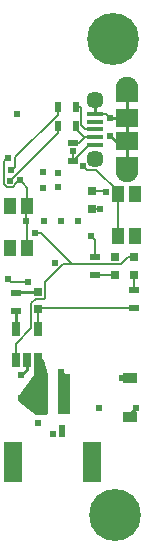
<source format=gtl>
G04 #@! TF.FileFunction,Copper,L1,Top,Signal*
%FSLAX46Y46*%
G04 Gerber Fmt 4.6, Leading zero omitted, Abs format (unit mm)*
G04 Created by KiCad (PCBNEW 4.0.7) date Wednesday, October 18, 2017 'PMt' 08:17:54 PM*
%MOMM*%
%LPD*%
G01*
G04 APERTURE LIST*
%ADD10C,0.150000*%
%ADD11C,4.400000*%
%ADD12R,0.750000X0.800000*%
%ADD13R,0.797560X0.797560*%
%ADD14R,1.200000X0.900000*%
%ADD15R,1.900000X1.500000*%
%ADD16C,1.450000*%
%ADD17R,1.350000X0.400000*%
%ADD18C,1.899920*%
%ADD19R,1.900000X1.200000*%
%ADD20R,0.995680X3.497580*%
%ADD21R,0.998220X3.497580*%
%ADD22R,1.498600X3.398520*%
%ADD23R,1.498600X3.395980*%
%ADD24R,0.900000X0.500000*%
%ADD25R,0.500000X0.900000*%
%ADD26R,0.650000X1.220000*%
%ADD27R,1.050000X1.400000*%
%ADD28C,0.609600*%
%ADD29C,0.127000*%
%ADD30C,0.254000*%
G04 APERTURE END LIST*
D10*
D11*
X133350000Y-116586000D03*
D12*
X126873000Y-99187000D03*
X126873000Y-97687000D03*
D13*
X135001000Y-96253300D03*
X135001000Y-94754700D03*
D14*
X134620000Y-108330000D03*
X134620000Y-105030000D03*
D13*
X133350000Y-96253300D03*
X133350000Y-94754700D03*
D15*
X134355663Y-82951407D03*
D16*
X131655663Y-86451407D03*
D17*
X131655663Y-84601407D03*
X131655663Y-85251407D03*
X131655663Y-82651407D03*
X131655663Y-83301407D03*
X131655663Y-83951407D03*
D16*
X131655663Y-81451407D03*
D15*
X134355663Y-84951407D03*
D18*
X134355663Y-87451407D03*
X134355663Y-80451407D03*
D19*
X134355663Y-81051407D03*
X134355663Y-86851407D03*
D20*
X127096520Y-106392980D03*
D21*
X129098040Y-106392980D03*
D22*
X124752100Y-112141000D03*
D23*
X131445000Y-112141000D03*
D24*
X124968000Y-99302000D03*
X124968000Y-97802000D03*
D25*
X128536000Y-83693000D03*
X130036000Y-83693000D03*
X128536000Y-82042000D03*
X130036000Y-82042000D03*
D24*
X129794000Y-86602000D03*
X129794000Y-85102000D03*
X135001000Y-99060000D03*
X135001000Y-97560000D03*
X131699000Y-96266000D03*
X131699000Y-94766000D03*
D26*
X124958953Y-103447831D03*
X125908953Y-103447831D03*
X126858953Y-103447831D03*
X126858953Y-100827831D03*
X124958953Y-100827831D03*
D12*
X131445000Y-90666000D03*
X131445000Y-89166000D03*
D27*
X125947000Y-94002000D03*
X125947000Y-90402000D03*
X124497000Y-94002000D03*
X124497000Y-90402000D03*
X133641000Y-89386000D03*
X133641000Y-92986000D03*
X135091000Y-89386000D03*
X135091000Y-92986000D03*
D11*
X133223000Y-76327000D03*
D28*
X127263367Y-88884834D03*
X127263367Y-87595849D03*
X128528915Y-87619285D03*
X128528915Y-88849680D03*
X129862490Y-85794952D03*
X135001000Y-99060000D03*
X126873000Y-99187000D03*
X126858953Y-100827831D03*
X124523511Y-94419812D03*
X124523511Y-90402000D03*
X135091000Y-89386000D03*
X135091000Y-92986000D03*
X133350000Y-94754700D03*
X130278000Y-91694000D03*
X133985000Y-105029000D03*
X126873000Y-108839000D03*
X124968000Y-97802000D03*
X126873000Y-97687000D03*
X128844000Y-104466000D03*
X128143000Y-109728000D03*
X128905000Y-109220000D03*
X128905000Y-109752000D03*
X132001000Y-107569000D03*
X125448985Y-104757519D03*
X132984063Y-84514607D03*
X132984063Y-82990607D03*
X135128000Y-107569000D03*
X128294000Y-95250000D03*
X126492000Y-106299000D03*
X128778000Y-91694000D03*
X127381000Y-91694000D03*
X125095000Y-82677000D03*
X126858953Y-103447831D03*
X125448985Y-106657519D03*
X126619000Y-92748100D03*
X130644528Y-87013368D03*
X125296101Y-88224195D03*
X124311738Y-86351516D03*
X125881000Y-91694000D03*
X124492261Y-88281444D03*
X124611997Y-87411050D03*
X131374011Y-92969426D03*
X124333000Y-96647000D03*
X125984000Y-96901000D03*
X132106450Y-90682583D03*
X132606626Y-89281000D03*
D29*
X129794000Y-85863442D02*
X129862490Y-85794952D01*
X129794000Y-86602000D02*
X129794000Y-85863442D01*
X135001000Y-99060000D02*
X127000000Y-99060000D01*
X127000000Y-99060000D02*
X126873000Y-99187000D01*
X131655663Y-85251407D02*
X131180663Y-85251407D01*
X131180663Y-85251407D02*
X129830070Y-86602000D01*
X129830070Y-86602000D02*
X129794000Y-86602000D01*
X126858953Y-100827831D02*
X126858953Y-99201047D01*
X126858953Y-99201047D02*
X126873000Y-99187000D01*
X124497000Y-94393301D02*
X124523511Y-94419812D01*
X124497000Y-94002000D02*
X124497000Y-94393301D01*
X124497000Y-90402000D02*
X124523511Y-90402000D01*
X131655663Y-82651407D02*
X132644863Y-82651407D01*
X132644863Y-82651407D02*
X132984063Y-82990607D01*
X134355663Y-87823663D02*
X134355663Y-87451407D01*
D30*
X134620000Y-105030000D02*
X133986000Y-105030000D01*
X133986000Y-105030000D02*
X133985000Y-105029000D01*
X125908953Y-103447831D02*
X125908953Y-104297551D01*
X125908953Y-104297551D02*
X125448985Y-104757519D01*
X129098040Y-106392980D02*
X129098040Y-104720040D01*
X129098040Y-104720040D02*
X128844000Y-104466000D01*
X126873000Y-97687000D02*
X125083000Y-97687000D01*
X125083000Y-97687000D02*
X124968000Y-97802000D01*
X134355663Y-84951407D02*
X133420863Y-84951407D01*
X133420863Y-84951407D02*
X132984063Y-84514607D01*
X134355663Y-82951407D02*
X133023263Y-82951407D01*
X133023263Y-82951407D02*
X132984063Y-82990607D01*
X131655663Y-82651407D02*
X131655663Y-81451407D01*
X134355663Y-84951407D02*
X134355663Y-87451407D01*
X134355663Y-82951407D02*
X134355663Y-84951407D01*
X134355663Y-81051407D02*
X134355663Y-82951407D01*
X134355663Y-81051407D02*
X134355663Y-80451407D01*
X134620000Y-108330000D02*
X134620000Y-108077000D01*
X134620000Y-108077000D02*
X135128000Y-107569000D01*
D29*
X127096520Y-106392980D02*
X126585980Y-106392980D01*
X126585980Y-106392980D02*
X126492000Y-106299000D01*
D30*
X126858953Y-105290537D02*
X127096520Y-105528104D01*
X127096520Y-105528104D02*
X127096520Y-106392980D01*
D29*
X135001000Y-97560000D02*
X135001000Y-96253300D01*
X124958953Y-103447831D02*
X124958953Y-102105733D01*
X124958953Y-102105733D02*
X126307499Y-100757187D01*
X126664597Y-98277501D02*
X127400401Y-98277501D01*
X126307499Y-100757187D02*
X126307499Y-98634599D01*
X126307499Y-98634599D02*
X126664597Y-98277501D01*
X127400401Y-98277501D02*
X127438501Y-98239401D01*
X127438501Y-98239401D02*
X127438501Y-96837983D01*
X127438501Y-96837983D02*
X128932503Y-95343981D01*
X128932503Y-95343981D02*
X129739205Y-95343981D01*
X124958953Y-103447831D02*
X124958953Y-103119929D01*
X127143324Y-92748100D02*
X129739205Y-95343981D01*
X126619000Y-92748100D02*
X127143324Y-92748100D01*
X129739205Y-95343981D02*
X133885939Y-95343981D01*
X133885939Y-95343981D02*
X134475220Y-94754700D01*
X134475220Y-94754700D02*
X135001000Y-94754700D01*
X131699000Y-96266000D02*
X133337300Y-96266000D01*
X133337300Y-96266000D02*
X133350000Y-96253300D01*
X130036000Y-83693000D02*
X130036000Y-83893000D01*
X130036000Y-83893000D02*
X130744407Y-84601407D01*
X130744407Y-84601407D02*
X131655663Y-84601407D01*
X129794000Y-85102000D02*
X130371000Y-85102000D01*
X130371000Y-85102000D02*
X130871593Y-84601407D01*
X130871593Y-84601407D02*
X131655663Y-84601407D01*
X130036000Y-82042000D02*
X130413000Y-82042000D01*
X130413000Y-82042000D02*
X130486526Y-82115526D01*
X130486526Y-82115526D02*
X130486526Y-83584270D01*
X130486526Y-83584270D02*
X130853663Y-83951407D01*
X130853663Y-83951407D02*
X131655663Y-83951407D01*
X130949327Y-87318167D02*
X130644528Y-87013368D01*
X131000140Y-87368980D02*
X130949327Y-87318167D01*
X133641000Y-89211000D02*
X131798980Y-87368980D01*
X133641000Y-89386000D02*
X133641000Y-89211000D01*
X131798980Y-87368980D02*
X131000140Y-87368980D01*
X133641000Y-92986000D02*
X133641000Y-89386000D01*
X125947000Y-88875094D02*
X125600900Y-88528994D01*
X124725129Y-88795167D02*
X124991302Y-88528994D01*
X123996959Y-88537611D02*
X124254515Y-88795167D01*
X124311738Y-86351516D02*
X123996959Y-86666295D01*
X124991302Y-88528994D02*
X125296101Y-88224195D01*
X125600900Y-88528994D02*
X125296101Y-88224195D01*
X124254515Y-88795167D02*
X124725129Y-88795167D01*
X125947000Y-90402000D02*
X125947000Y-88875094D01*
X123996959Y-86666295D02*
X123996959Y-88537611D01*
X125947000Y-94002000D02*
X125947000Y-91760000D01*
X125947000Y-91760000D02*
X125881000Y-91694000D01*
X125881000Y-91694000D02*
X125881000Y-91117000D01*
X125881000Y-91117000D02*
X125947000Y-91051000D01*
X125947000Y-91051000D02*
X125947000Y-90402000D01*
D30*
X124968000Y-99302000D02*
X124968000Y-100818784D01*
X124968000Y-100818784D02*
X124958953Y-100827831D01*
D29*
X128536000Y-84270000D02*
X124524556Y-88281444D01*
X128536000Y-83693000D02*
X128536000Y-84270000D01*
X124524556Y-88281444D02*
X124492261Y-88281444D01*
X124916796Y-86323225D02*
X124916796Y-87106251D01*
X128536000Y-82704021D02*
X124916796Y-86323225D01*
X124916796Y-87106251D02*
X124611997Y-87411050D01*
X128536000Y-82042000D02*
X128536000Y-82704021D01*
X128536000Y-82159380D02*
X128536000Y-82042000D01*
X131699000Y-93294415D02*
X131374011Y-92969426D01*
X131699000Y-94766000D02*
X131699000Y-93294415D01*
X124587000Y-96901000D02*
X125984000Y-96901000D01*
X124333000Y-96647000D02*
X124587000Y-96901000D01*
X132089867Y-90666000D02*
X132106450Y-90682583D01*
X131445000Y-90666000D02*
X132089867Y-90666000D01*
X131445000Y-89166000D02*
X132491626Y-89166000D01*
X132491626Y-89166000D02*
X132606626Y-89281000D01*
D30*
G36*
X127508000Y-104666640D02*
X127508000Y-107950000D01*
X126661333Y-107950000D01*
X125222000Y-106870500D01*
X125222000Y-106594575D01*
X126594413Y-104723103D01*
X126615564Y-104677342D01*
X126619000Y-104648000D01*
X126619000Y-103505000D01*
X127159508Y-103505000D01*
X127508000Y-104666640D01*
X127508000Y-104666640D01*
G37*
X127508000Y-104666640D02*
X127508000Y-107950000D01*
X126661333Y-107950000D01*
X125222000Y-106870500D01*
X125222000Y-106594575D01*
X126594413Y-104723103D01*
X126615564Y-104677342D01*
X126619000Y-104648000D01*
X126619000Y-103505000D01*
X127159508Y-103505000D01*
X127508000Y-104666640D01*
M02*

</source>
